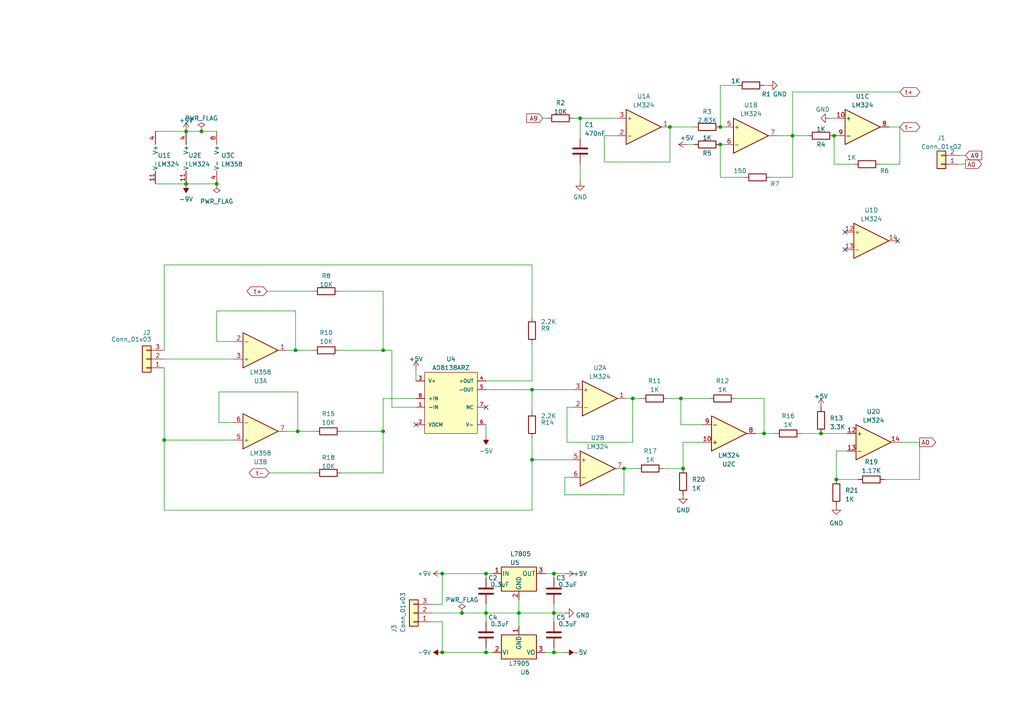
<source format=kicad_sch>
(kicad_sch (version 20230121) (generator eeschema)
  (paper "A4")
  (title_block (title "Fully Differential Potentiostat") (date "2023-05-15") (rev "1.0") (company "Felipe Avila Silva"))
  (lib_symbols
    (symbol "Amplifier_Operational:LM324" (pin_names (offset 0.127))
      (property "Reference" "U" (at 0 5.08 0))
      (property "Value" "LM324" (at 0 -5.08 0))
      (symbol "LM324_1_1"
        (polyline (pts (xy -5.08 5.08) (xy 5.08 0) (xy -5.08 -5.08) (xy -5.08 5.08)) (stroke (width 0.254)) (fill (type background)))
        (pin output line (at 7.62 0 180) (length 2.54) (name "~") (number "1"))
        (pin input line (at -7.62 -2.54 0) (length 2.54) (name "-") (number "2"))
        (pin input line (at -7.62 2.54 0) (length 2.54) (name "+") (number "3"))
      )
      (symbol "LM324_2_1"
        (polyline (pts (xy -5.08 5.08) (xy 5.08 0) (xy -5.08 -5.08) (xy -5.08 5.08)) (stroke (width 0.254)) (fill (type background)))
        (pin input line (at -7.62 2.54 0) (length 2.54) (name "+") (number "5"))
        (pin input line (at -7.62 -2.54 0) (length 2.54) (name "-") (number "6"))
        (pin output line (at 7.62 0 180) (length 2.54) (name "~") (number "7"))
      )
      (symbol "LM324_3_1"
        (polyline (pts (xy -5.08 5.08) (xy 5.08 0) (xy -5.08 -5.08) (xy -5.08 5.08)) (stroke (width 0.254)) (fill (type background)))
        (pin input line (at -7.62 2.54 0) (length 2.54) (name "+") (number "10"))
        (pin output line (at 7.62 0 180) (length 2.54) (name "~") (number "8"))
        (pin input line (at -7.62 -2.54 0) (length 2.54) (name "-") (number "9"))
      )
      (symbol "LM324_4_1"
        (polyline (pts (xy -5.08 5.08) (xy 5.08 0) (xy -5.08 -5.08) (xy -5.08 5.08)) (stroke (width 0.254)) (fill (type background)))
        (pin input line (at -7.62 2.54 0) (length 2.54) (name "+") (number "12"))
        (pin input line (at -7.62 -2.54 0) (length 2.54) (name "-") (number "13"))
        (pin output line (at 7.62 0 180) (length 2.54) (name "~") (number "14"))
      )
      (symbol "LM324_5_1"
        (pin power_in line (at -2.54 -7.62 90) (length 3.81) (name "V-") (number "11"))
        (pin power_in line (at -2.54 7.62 270) (length 3.81) (name "V+") (number "4"))
      )
    )
    (symbol "Amplifier_Operational:LM358" (pin_names (offset 0.127))
      (property "Reference" "U" (at 0 5.08 0))
      (property "Value" "LM358" (at 0 -5.08 0))
      (symbol "LM358_1_1"
        (polyline (pts (xy -5.08 5.08) (xy 5.08 0) (xy -5.08 -5.08) (xy -5.08 5.08)) (stroke (width 0.254)) (fill (type background)))
        (pin output line (at 7.62 0 180) (length 2.54) (name "~") (number "1"))
        (pin input line (at -7.62 -2.54 0) (length 2.54) (name "-") (number "2"))
        (pin input line (at -7.62 2.54 0) (length 2.54) (name "+") (number "3"))
      )
      (symbol "LM358_2_1"
        (polyline (pts (xy -5.08 5.08) (xy 5.08 0) (xy -5.08 -5.08) (xy -5.08 5.08)) (stroke (width 0.254)) (fill (type background)))
        (pin input line (at -7.62 2.54 0) (length 2.54) (name "+") (number "5"))
        (pin input line (at -7.62 -2.54 0) (length 2.54) (name "-") (number "6"))
        (pin output line (at 7.62 0 180) (length 2.54) (name "~") (number "7"))
      )
      (symbol "LM358_3_1"
        (pin power_in line (at -2.54 -7.62 90) (length 3.81) (name "V-") (number "4"))
        (pin power_in line (at -2.54 7.62 270) (length 3.81) (name "V+") (number "8"))
      )
    )
    (symbol "Connector_Generic:Conn_01x02" (pin_names (offset 1.016) hide)
      (property "Reference" "J" (at 0 2.54 0))
      (property "Value" "Conn_01x02" (at 0 -5.08 0))
      (symbol "Conn_01x02_1_1"
        (rectangle (start -1.27 -2.413) (end 0 -2.667) (stroke (width 0.1524)))
        (rectangle (start -1.27 0.127) (end 0 -0.127) (stroke (width 0.1524)))
        (rectangle (start -1.27 1.27) (end 1.27 -3.81) (stroke (width 0.254)) (fill (type background)))
        (pin passive line (at -5.08 0 0) (length 3.81) (name "Pin_1") (number "1"))
        (pin passive line (at -5.08 -2.54 0) (length 3.81) (name "Pin_2") (number "2"))
      )
    )
    (symbol "Connector_Generic:Conn_01x03" (pin_names (offset 1.016) hide)
      (property "Reference" "J" (at 0 5.08 0))
      (property "Value" "Conn_01x03" (at 0 -5.08 0))
      (symbol "Conn_01x03_1_1"
        (rectangle (start -1.27 -2.413) (end 0 -2.667) (stroke (width 0.1524)))
        (rectangle (start -1.27 0.127) (end 0 -0.127) (stroke (width 0.1524)))
        (rectangle (start -1.27 2.667) (end 0 2.413) (stroke (width 0.1524)))
        (rectangle (start -1.27 3.81) (end 1.27 -3.81) (stroke (width 0.254)) (fill (type background)))
        (pin passive line (at -5.08 2.54 0) (length 3.81) (name "Pin_1") (number "1"))
        (pin passive line (at -5.08 0 0) (length 3.81) (name "Pin_2") (number "2"))
        (pin passive line (at -5.08 -2.54 0) (length 3.81) (name "Pin_3") (number "3"))
      )
    )
    (symbol "Device:C" (pin_numbers hide) (pin_names (offset 0.254))
      (property "Reference" "C" (at 0.635 2.54 0))
      (property "Value" "C" (at 0.635 -2.54 0))
      (symbol "C_0_1"
        (polyline (pts (xy -2.032 -0.762) (xy 2.032 -0.762)) (stroke (width 0.508)))
        (polyline (pts (xy -2.032 0.762) (xy 2.032 0.762)) (stroke (width 0.508)))
      )
      (symbol "C_1_1"
        (pin passive line (at 0 3.81 270) (length 2.794) (name "~") (number "1"))
        (pin passive line (at 0 -3.81 90) (length 2.794) (name "~") (number "2"))
      )
    )
    (symbol "Device:R" (pin_numbers hide) (pin_names (offset 0))
      (property "Reference" "R" (at 2.032 0 90))
      (property "Value" "R" (at 0 0 90))
      (symbol "R_0_1"
        (rectangle (start -1.016 -2.54) (end 1.016 2.54) (stroke (width 0.254)))
      )
      (symbol "R_1_1"
        (pin passive line (at 0 3.81 270) (length 1.27) (name "~") (number "1"))
        (pin passive line (at 0 -3.81 90) (length 1.27) (name "~") (number "2"))
      )
    )
    (symbol "Regulator_Linear:L7805" (pin_names (offset 0.254))
      (property "Reference" "U" (at -3.81 3.175 0))
      (property "Value" "L7805" (at 0 3.175 0))
      (symbol "L7805_0_1"
        (rectangle (start -5.08 1.905) (end 5.08 -5.08) (stroke (width 0.254)) (fill (type background)))
      )
      (symbol "L7805_1_1"
        (pin power_in line (at -7.62 0 0) (length 2.54) (name "IN") (number "1"))
        (pin power_in line (at 0 -7.62 90) (length 2.54) (name "GND") (number "2"))
        (pin power_out line (at 7.62 0 180) (length 2.54) (name "OUT") (number "3"))
      )
    )
    (symbol "Regulator_Linear:L7905" (pin_names (offset 0.254))
      (property "Reference" "U" (at -3.81 -3.175 0))
      (property "Value" "L7905" (at 0 -3.175 0))
      (symbol "L7905_0_1"
        (rectangle (start -5.08 5.08) (end 5.08 -1.905) (stroke (width 0.254)) (fill (type background)))
      )
      (symbol "L7905_1_1"
        (pin power_in line (at 0 7.62 270) (length 2.54) (name "GND") (number "1"))
        (pin power_in line (at -7.62 0 0) (length 2.54) (name "VI") (number "2"))
        (pin power_out line (at 7.62 0 180) (length 2.54) (name "VO") (number "3"))
      )
    )
    (symbol "eec:AD8138ARZ" (pin_names (offset 1.016))
      (property "Reference" "U" (at 0 5.08 0))
      (property "Value" "AD8138ARZ" (at 0 7.62 0))
      (symbol "AD8138ARZ_1_1"
        (rectangle (start 5.08 2.54) (end 20.32 -15.24) (fill (type background)))
        (pin unspecified line (at 2.54 -7.62 0) (length 2.54) (name "-IN") (number "1"))
        (pin unspecified line (at 2.54 -12.7 0) (length 2.54) (name "VOCM") (number "2"))
        (pin unspecified line (at 2.54 0 0) (length 2.54) (name "V+") (number "3"))
        (pin unspecified line (at 22.86 0 180) (length 2.54) (name "+OUT") (number "4"))
        (pin unspecified line (at 22.86 -2.54 180) (length 2.54) (name "-OUT") (number "5"))
        (pin unspecified line (at 22.86 -12.7 180) (length 2.54) (name "V-") (number "6"))
        (pin unspecified line (at 22.86 -7.62 180) (length 2.54) (name "NC") (number "7"))
        (pin unspecified line (at 2.54 -5.08 0) (length 2.54) (name "+IN") (number "8"))
      )
    )
    (symbol "power:+5V" (power) (pin_names (offset 0))
      (property "Value" "+5V" (at 0 3.556 0))
      (symbol "+5V_0_1"
        (polyline (pts (xy -0.762 1.27) (xy 0 2.54)))
        (polyline (pts (xy 0 0) (xy 0 2.54)))
        (polyline (pts (xy 0 2.54) (xy 0.762 1.27)))
      )
      (symbol "+5V_1_1"
        (pin power_in line (at 0 0 90) (length 0) hide (name "+5V") (number "1"))
      )
    )
    (symbol "power:+9V" (power) (pin_names (offset 0))
      (property "Value" "+9V" (at 0 3.556 0))
      (symbol "+9V_0_1"
        (polyline (pts (xy -0.762 1.27) (xy 0 2.54)))
        (polyline (pts (xy 0 0) (xy 0 2.54)))
        (polyline (pts (xy 0 2.54) (xy 0.762 1.27)))
      )
      (symbol "+9V_1_1"
        (pin power_in line (at 0 0 90) (length 0) hide (name "+9V") (number "1"))
      )
    )
    (symbol "power:-5V" (power) (pin_names (offset 0))
      (property "Value" "-5V" (at 0 3.81 0))
      (symbol "-5V_0_0"
        (pin power_in line (at 0 0 90) (length 0) hide (name "-5V") (number "1"))
      )
      (symbol "-5V_0_1"
        (polyline (pts (xy 0 0) (xy 0 1.27) (xy 0.762 1.27) (xy 0 2.54) (xy -0.762 1.27) (xy 0 1.27)) (fill (type outline)))
      )
    )
    (symbol "power:-9V" (power) (pin_names (offset 0))
      (property "Value" "-9V" (at 0 3.81 0))
      (symbol "-9V_0_1"
        (polyline (pts (xy 0 0) (xy 0 2.54)))
        (polyline (pts (xy 0.762 1.27) (xy -0.762 1.27) (xy 0 2.54) (xy 0.762 1.27)) (fill (type outline)))
      )
      (symbol "-9V_1_1"
        (pin power_in line (at 0 0 90) (length 0) hide (name "-9V") (number "1"))
      )
    )
    (symbol "power:GND" (power) (pin_names (offset 0))
      (property "Value" "GND" (at 0 -3.81 0))
      (symbol "GND_0_1"
        (polyline (pts (xy 0 0) (xy 0 -1.27) (xy 1.27 -1.27) (xy 0 -2.54) (xy -1.27 -1.27) (xy 0 -1.27)))
      )
      (symbol "GND_1_1"
        (pin power_in line (at 0 0 270) (length 0) hide (name "GND") (number "1"))
      )
    )
    (symbol "power:PWR_FLAG" (power) (pin_numbers hide) (pin_names (offset 0) hide)
      (property "Value" "PWR_FLAG" (at 0 3.81 0))
      (symbol "PWR_FLAG_0_0"
        (pin power_out line (at 0 0 90) (length 0) (name "pwr") (number "1"))
      )
      (symbol "PWR_FLAG_0_1"
        (polyline (pts (xy 0 0) (xy 0 1.27) (xy -1.016 1.905) (xy 0 2.54) (xy 1.016 1.905) (xy 0 1.27)))
      )
    )
  )
  (junction (at 86.36 125.095))
  (junction (at 150.495 177.8))
  (junction (at 183.515 115.57))
  (junction (at 229.87 39.37))
  (junction (at 128.27 166.37))
  (junction (at 197.485 115.57))
  (junction (at 140.97 177.8))
  (junction (at 208.915 41.91))
  (junction (at 140.97 166.37))
  (junction (at 238.125 125.73))
  (junction (at 198.12 135.89))
  (junction (at 128.27 189.23))
  (junction (at 242.57 139.065))
  (junction (at 111.125 125.095))
  (junction (at 221.615 125.73))
  (junction (at 85.725 101.6))
  (junction (at 241.935 39.37))
  (junction (at 154.305 133.35))
  (junction (at 111.125 101.6))
  (junction (at 154.305 113.03))
  (junction (at 133.985 177.8))
  (junction (at 53.975 53.34))
  (junction (at 47.625 127.635))
  (junction (at 168.275 34.29))
  (junction (at 53.975 38.1))
  (junction (at 58.42 38.1))
  (junction (at 180.975 135.89))
  (junction (at 208.915 36.83))
  (junction (at 160.655 177.8))
  (junction (at 62.865 53.34))
  (junction (at 160.655 166.37))
  (junction (at 140.97 189.23))
  (junction (at 194.31 36.83))
  (junction (at 160.655 189.23))
  (no_connect (at 245.11 67.31))
  (no_connect (at 245.11 72.39))
  (no_connect (at 140.97 118.11))
  (no_connect (at 120.65 123.19))
  (no_connect (at 260.35 69.85))
  (wire (pts (xy 83.185 125.095) (xy 86.36 125.095)))
  (wire (pts (xy 154.305 133.35) (xy 165.735 133.35)))
  (wire (pts (xy 111.125 84.455) (xy 98.425 84.455)))
  (wire (pts (xy 99.06 137.16) (xy 111.125 137.16)))
  (wire (pts (xy 140.97 110.49) (xy 154.305 110.49)))
  (wire (pts (xy 140.97 177.8) (xy 140.97 180.34)))
  (wire (pts (xy 203.835 128.27) (xy 198.12 128.27)))
  (wire (pts (xy 140.97 126.365) (xy 140.97 123.19)))
  (wire (pts (xy 255.27 47.625) (xy 260.985 47.625)))
  (wire (pts (xy 128.27 180.34) (xy 128.27 189.23)))
  (wire (pts (xy 238.125 125.73) (xy 245.745 125.73)))
  (wire (pts (xy 154.305 76.835) (xy 47.625 76.835)))
  (wire (pts (xy 158.115 189.23) (xy 160.655 189.23)))
  (wire (pts (xy 160.655 175.26) (xy 160.655 177.8)))
  (wire (pts (xy 154.305 113.03) (xy 154.305 119.38)))
  (wire (pts (xy 183.515 115.57) (xy 183.515 128.27)))
  (wire (pts (xy 128.27 166.37) (xy 140.97 166.37)))
  (wire (pts (xy 198.12 128.27) (xy 198.12 135.89)))
  (wire (pts (xy 221.615 125.73) (xy 224.79 125.73)))
  (wire (pts (xy 62.865 99.06) (xy 62.865 90.17)))
  (wire (pts (xy 242.57 139.065) (xy 248.92 139.065)))
  (wire (pts (xy 125.095 175.26) (xy 128.27 175.26)))
  (wire (pts (xy 203.835 123.19) (xy 197.485 123.19)))
  (wire (pts (xy 164.465 128.27) (xy 183.515 128.27)))
  (wire (pts (xy 160.655 189.23) (xy 163.83 189.23)))
  (wire (pts (xy 197.485 115.57) (xy 193.675 115.57)))
  (wire (pts (xy 160.655 177.8) (xy 160.655 180.34)))
  (wire (pts (xy 180.975 143.51) (xy 180.975 135.89)))
  (wire (pts (xy 168.275 34.29) (xy 179.07 34.29)))
  (wire (pts (xy 85.725 90.17) (xy 85.725 101.6)))
  (wire (pts (xy 140.97 189.23) (xy 140.97 187.96)))
  (wire (pts (xy 47.625 127.635) (xy 47.625 147.955)))
  (wire (pts (xy 63.5 122.555) (xy 67.945 122.555)))
  (wire (pts (xy 45.085 53.34) (xy 53.975 53.34)))
  (wire (pts (xy 160.655 187.96) (xy 160.655 189.23)))
  (wire (pts (xy 125.095 180.34) (xy 128.27 180.34)))
  (wire (pts (xy 99.06 125.095) (xy 111.125 125.095)))
  (wire (pts (xy 208.915 41.91) (xy 208.915 51.435)))
  (wire (pts (xy 58.42 38.1) (xy 62.865 38.1)))
  (wire (pts (xy 150.495 177.8) (xy 150.495 173.99)))
  (wire (pts (xy 160.655 166.37) (xy 163.83 166.37)))
  (wire (pts (xy 266.7 128.27) (xy 260.985 128.27)))
  (wire (pts (xy 154.305 127) (xy 154.305 133.35)))
  (wire (pts (xy 63.5 122.555) (xy 63.5 113.665)))
  (wire (pts (xy 85.725 101.6) (xy 83.185 101.6)))
  (wire (pts (xy 47.625 76.835) (xy 47.625 101.6)))
  (wire (pts (xy 163.83 143.51) (xy 180.975 143.51)))
  (wire (pts (xy 213.36 115.57) (xy 221.615 115.57)))
  (wire (pts (xy 168.275 40.005) (xy 168.275 34.29)))
  (wire (pts (xy 125.095 177.8) (xy 133.985 177.8)))
  (wire (pts (xy 242.57 130.81) (xy 242.57 139.065)))
  (wire (pts (xy 232.41 125.73) (xy 238.125 125.73)))
  (wire (pts (xy 47.625 147.955) (xy 154.305 147.955)))
  (wire (pts (xy 111.125 101.6) (xy 113.665 101.6)))
  (wire (pts (xy 154.305 133.35) (xy 154.305 147.955)))
  (wire (pts (xy 247.65 47.625) (xy 241.935 47.625)))
  (wire (pts (xy 241.935 47.625) (xy 241.935 39.37)))
  (wire (pts (xy 165.735 138.43) (xy 163.83 138.43)))
  (wire (pts (xy 111.125 115.57) (xy 111.125 125.095)))
  (wire (pts (xy 157.48 34.29) (xy 158.75 34.29)))
  (wire (pts (xy 229.87 39.37) (xy 234.315 39.37)))
  (wire (pts (xy 47.625 127.635) (xy 67.945 127.635)))
  (wire (pts (xy 266.7 139.065) (xy 266.7 128.27)))
  (wire (pts (xy 140.97 166.37) (xy 142.875 166.37)))
  (wire (pts (xy 53.975 38.1) (xy 58.42 38.1)))
  (wire (pts (xy 128.27 175.26) (xy 128.27 166.37)))
  (wire (pts (xy 47.625 106.68) (xy 47.625 127.635)))
  (wire (pts (xy 86.36 113.665) (xy 86.36 125.095)))
  (wire (pts (xy 98.425 101.6) (xy 111.125 101.6)))
  (wire (pts (xy 45.085 38.1) (xy 53.975 38.1)))
  (wire (pts (xy 47.625 104.14) (xy 67.945 104.14)))
  (wire (pts (xy 280.035 47.625) (xy 278.13 47.625)))
  (wire (pts (xy 175.26 39.37) (xy 175.26 46.99)))
  (wire (pts (xy 208.915 24.765) (xy 208.915 36.83)))
  (wire (pts (xy 192.405 135.89) (xy 198.12 135.89)))
  (wire (pts (xy 140.97 177.8) (xy 150.495 177.8)))
  (wire (pts (xy 215.9 51.435) (xy 208.915 51.435)))
  (wire (pts (xy 140.97 167.64) (xy 140.97 166.37)))
  (wire (pts (xy 260.985 47.625) (xy 260.985 36.83)))
  (wire (pts (xy 120.65 118.11) (xy 113.665 118.11)))
  (wire (pts (xy 194.31 36.83) (xy 201.295 36.83)))
  (wire (pts (xy 160.655 166.37) (xy 160.655 167.64)))
  (wire (pts (xy 113.665 118.11) (xy 113.665 101.6)))
  (wire (pts (xy 160.655 177.8) (xy 163.83 177.8)))
  (wire (pts (xy 229.87 26.67) (xy 229.87 39.37)))
  (wire (pts (xy 111.125 84.455) (xy 111.125 101.6)))
  (wire (pts (xy 197.485 115.57) (xy 197.485 123.19)))
  (wire (pts (xy 208.915 36.83) (xy 210.185 36.83)))
  (wire (pts (xy 280.035 45.085) (xy 278.13 45.085)))
  (wire (pts (xy 223.52 51.435) (xy 229.87 51.435)))
  (wire (pts (xy 62.865 99.06) (xy 67.945 99.06)))
  (wire (pts (xy 166.37 34.29) (xy 168.275 34.29)))
  (wire (pts (xy 240.665 34.29) (xy 242.57 34.29)))
  (wire (pts (xy 111.125 125.095) (xy 111.125 137.16)))
  (wire (pts (xy 154.305 113.03) (xy 166.37 113.03)))
  (wire (pts (xy 163.83 138.43) (xy 163.83 143.51)))
  (wire (pts (xy 53.975 53.34) (xy 62.865 53.34)))
  (wire (pts (xy 183.515 115.57) (xy 186.055 115.57)))
  (wire (pts (xy 77.47 84.455) (xy 90.805 84.455)))
  (wire (pts (xy 62.865 90.17) (xy 85.725 90.17)))
  (wire (pts (xy 194.31 36.83) (xy 194.31 46.99)))
  (wire (pts (xy 260.985 26.67) (xy 229.87 26.67)))
  (wire (pts (xy 175.26 46.99) (xy 194.31 46.99)))
  (wire (pts (xy 219.075 125.73) (xy 221.615 125.73)))
  (wire (pts (xy 142.875 189.23) (xy 140.97 189.23)))
  (wire (pts (xy 164.465 118.11) (xy 164.465 128.27)))
  (wire (pts (xy 140.97 113.03) (xy 154.305 113.03)))
  (wire (pts (xy 158.115 166.37) (xy 160.655 166.37)))
  (wire (pts (xy 245.745 130.81) (xy 242.57 130.81)))
  (wire (pts (xy 128.27 189.23) (xy 140.97 189.23)))
  (wire (pts (xy 85.725 101.6) (xy 90.805 101.6)))
  (wire (pts (xy 111.125 115.57) (xy 120.65 115.57)))
  (wire (pts (xy 133.985 177.8) (xy 140.97 177.8)))
  (wire (pts (xy 199.39 41.91) (xy 201.295 41.91)))
  (wire (pts (xy 197.485 115.57) (xy 205.74 115.57)))
  (wire (pts (xy 179.07 39.37) (xy 175.26 39.37)))
  (wire (pts (xy 140.97 175.26) (xy 140.97 177.8)))
  (wire (pts (xy 256.54 139.065) (xy 266.7 139.065)))
  (wire (pts (xy 180.975 135.89) (xy 184.785 135.89)))
  (wire (pts (xy 150.495 181.61) (xy 150.495 177.8)))
  (wire (pts (xy 260.985 36.83) (xy 257.81 36.83)))
  (wire (pts (xy 154.305 99.695) (xy 154.305 110.49)))
  (wire (pts (xy 181.61 115.57) (xy 183.515 115.57)))
  (wire (pts (xy 166.37 118.11) (xy 164.465 118.11)))
  (wire (pts (xy 242.57 39.37) (xy 241.935 39.37)))
  (wire (pts (xy 78.105 137.16) (xy 91.44 137.16)))
  (wire (pts (xy 154.305 76.835) (xy 154.305 92.075)))
  (wire (pts (xy 221.615 24.765) (xy 222.885 24.765)))
  (wire (pts (xy 229.87 51.435) (xy 229.87 39.37)))
  (wire (pts (xy 225.425 39.37) (xy 229.87 39.37)))
  (wire (pts (xy 86.36 125.095) (xy 91.44 125.095)))
  (wire (pts (xy 208.915 24.765) (xy 213.995 24.765)))
  (wire (pts (xy 208.915 41.91) (xy 210.185 41.91)))
  (wire (pts (xy 221.615 115.57) (xy 221.615 125.73)))
  (wire (pts (xy 168.275 52.705) (xy 168.275 47.625)))
  (wire (pts (xy 150.495 177.8) (xy 160.655 177.8)))
  (wire (pts (xy 63.5 113.665) (xy 86.36 113.665)))
  (wire (pts (xy 120.65 107.315) (xy 120.65 110.49)))
  (global_label "t+" (shape bidirectional) (at 260.985 26.67 0) (property "Intersheetrefs" "${INTERSHEET_REFS}" (effects hide)))
  (global_label "A0" (shape output) (at 280.035 47.625 0) (property "Intersheetrefs" "${INTERSHEET_REFS}" (effects hide)))
  (global_label "t+" (shape bidirectional) (at 77.47 84.455 180) (property "Intersheetrefs" "${INTERSHEET_REFS}" (effects hide)))
  (global_label "A0" (shape output) (at 266.7 128.27 0) (property "Intersheetrefs" "${INTERSHEET_REFS}" (effects hide)))
  (global_label "t-" (shape bidirectional) (at 260.985 36.83 0) (property "Intersheetrefs" "${INTERSHEET_REFS}" (effects hide)))
  (global_label "A9" (shape input) (at 157.48 34.29 180) (property "Intersheetrefs" "${INTERSHEET_REFS}" (effects hide)))
  (global_label "t-" (shape bidirectional) (at 78.105 137.16 180) (property "Intersheetrefs" "${INTERSHEET_REFS}" (effects hide)))
  (global_label "A9" (shape input) (at 280.035 45.085 0) (property "Intersheetrefs" "${INTERSHEET_REFS}" (effects hide)))
  (symbol (lib_id "power:+5V") (at 163.83 166.37 270) (unit 1)
    (property "Reference" "#PWR013" (effects hide))
    (property "Value" "+5V" (at 168.275 166.37 90))
  )
  (symbol (lib_id "power:GND") (at 198.12 143.51 0) (unit 1)
    (property "Reference" "#PWR010" (effects hide))
    (property "Value" "GND" (at 198.12 147.955 0))
  )
  (symbol (lib_id "Device:R") (at 154.305 95.885 180) (unit 1)
    (property "Reference" "R9" (at 156.845 95.25 0) (effects (justify right)))
    (property "Value" "2.2K" (at 156.845 93.345 0) (effects (justify right)))
    (property "Footprint" "Resistor_THT:R_Axial_DIN0207_L6.3mm_D2.5mm_P10.16mm_Horizontal" (effects hide))
  )
  (symbol (lib_id "power:PWR_FLAG") (at 62.865 53.34 180) (unit 1)
    (property "Reference" "#FLG02" (effects hide))
    (property "Value" "PWR_FLAG" (at 62.865 58.42 0))
  )
  (symbol (lib_id "Amplifier_Operational:LM324") (at 47.625 45.72 0) (unit 5)
    (property "Reference" "U1" (at 45.72 45.085 0) (effects (justify left)))
    (property "Value" "LM324" (at 45.72 47.625 0) (effects (justify left)))
    (property "Footprint" "DIP-14_W7.62mm_Socket_LongPads" (effects hide))
    (property "Datasheet" "http://www.ti.com/lit/ds/symlink/lm2902-n.pdf" (effects hide))
  )
  (symbol (lib_id "Device:R") (at 228.6 125.73 270) (unit 1)
    (property "Reference" "R16" (at 228.6 120.65 90))
    (property "Value" "1K" (at 228.6 123.19 90))
    (property "Footprint" "Resistor_THT:R_Axial_DIN0207_L6.3mm_D2.5mm_P10.16mm_Horizontal" (effects hide))
  )
  (symbol (lib_id "Amplifier_Operational:LM358") (at 75.565 101.6 0) (mirror x) (unit 1)
    (property "Reference" "U3" (at 75.565 110.49 0))
    (property "Value" "LM358" (at 75.565 107.95 0))
    (property "Footprint" "DIP-8_W7.62mm_Socket_LongPads" (effects hide))
    (property "Datasheet" "http://www.ti.com/lit/ds/symlink/lm2904-n.pdf" (effects hide))
  )
  (symbol (lib_id "power:PWR_FLAG") (at 133.985 177.8 0) (unit 1)
    (property "Reference" "#FLG01" (effects hide))
    (property "Value" "PWR_FLAG" (at 133.985 173.99 0))
  )
  (symbol (lib_id "Device:R") (at 189.865 115.57 270) (unit 1)
    (property "Reference" "R11" (at 189.865 110.49 90))
    (property "Value" "1K" (at 189.865 113.03 90))
    (property "Footprint" "Resistor_THT:R_Axial_DIN0207_L6.3mm_D2.5mm_P10.16mm_Horizontal" (effects hide))
  )
  (symbol (lib_id "Amplifier_Operational:LM324") (at 253.365 128.27 0) (unit 4)
    (property "Reference" "U2" (at 253.365 119.38 0))
    (property "Value" "LM324" (at 253.365 121.92 0))
    (property "Footprint" "DIP-14_W7.62mm_Socket_LongPads" (effects hide))
    (property "Datasheet" "http://www.ti.com/lit/ds/symlink/lm2902-n.pdf" (effects hide))
  )
  (symbol (lib_id "power:+5V") (at 199.39 41.91 90) (unit 1)
    (property "Reference" "#PWR04" (effects hide))
    (property "Value" "+5V" (at 201.295 40.005 90) (effects (justify left)))
  )
  (symbol (lib_id "Connector_Generic:Conn_01x03") (at 120.015 177.8 180) (unit 1)
    (property "Reference" "J3" (at 114.3 183.515 90) (effects (justify right)))
    (property "Value" "Conn_01x03" (at 116.84 183.515 90) (effects (justify right)))
    (property "Footprint" "Connector_PinSocket_2.54mm:PinSocket_1x03_P2.54mm_Vertical" (effects hide))
  )
  (symbol (lib_id "Device:R") (at 188.595 135.89 270) (unit 1)
    (property "Reference" "R17" (at 188.595 130.81 90))
    (property "Value" "1K" (at 188.595 133.35 90))
    (property "Footprint" "Resistor_THT:R_Axial_DIN0207_L6.3mm_D2.5mm_P10.16mm_Horizontal" (effects hide))
  )
  (symbol (lib_id "Amplifier_Operational:LM324") (at 211.455 125.73 0) (mirror x) (unit 3)
    (property "Reference" "U2" (at 211.455 134.62 0))
    (property "Value" "LM324" (at 211.455 132.08 0))
    (property "Footprint" "DIP-14_W7.62mm_Socket_LongPads" (effects hide))
    (property "Datasheet" "http://www.ti.com/lit/ds/symlink/lm2902-n.pdf" (effects hide))
  )
  (symbol (lib_id "Device:C") (at 140.97 171.45 0) (unit 1)
    (property "Reference" "C2" (at 141.605 167.64 0) (effects (justify left)))
    (property "Value" "0.3uF" (at 142.24 169.545 0) (effects (justify left)))
    (property "Footprint" "Capacitor_THT:CP_Radial_D5.0mm_P2.00mm" (effects hide))
  )
  (symbol (lib_id "power:GND") (at 242.57 146.685 0) (unit 1)
    (property "Reference" "#PWR011" (effects hide))
    (property "Value" "GND" (at 242.57 151.765 0))
  )
  (symbol (lib_id "Regulator_Linear:L7805") (at 150.495 166.37 0) (unit 1)
    (property "Reference" "U5" (at 147.955 163.195 0) (effects (justify left)))
    (property "Value" "L7805" (at 147.955 160.655 0) (effects (justify left)))
    (property "Footprint" "l7805:TO255P1020X450X2000-3" (effects hide))
    (property "Datasheet" "http://www.st.com/content/ccc/resource/technical/document/datasheet/41/4f/b3/b0/12/d4/47/88/CD00000444.pdf/files/CD00000444.pdf/jcr:content/translations/en.CD00000444.pdf" (effects hide))
  )
  (symbol (lib_id "Device:R") (at 251.46 47.625 90) (unit 1)
    (property "Reference" "R6" (at 256.54 49.53 90))
    (property "Value" "1K" (at 247.015 45.72 90))
    (property "Footprint" "Resistor_THT:R_Axial_DIN0207_L6.3mm_D2.5mm_P10.16mm_Horizontal" (effects hide))
  )
  (symbol (lib_id "Device:R") (at 94.615 101.6 90) (unit 1)
    (property "Reference" "R10" (at 94.615 96.52 90))
    (property "Value" "10K" (at 94.615 99.06 90))
    (property "Footprint" "Resistor_THT:R_Axial_DIN0207_L6.3mm_D2.5mm_P10.16mm_Horizontal" (effects hide))
  )
  (symbol (lib_id "power:+9V") (at 53.975 38.1 0) (unit 1)
    (property "Reference" "#PWR03" (effects hide))
    (property "Value" "+9V" (at 53.975 34.925 0))
  )
  (symbol (lib_id "Device:R") (at 219.71 51.435 90) (unit 1)
    (property "Reference" "R7" (at 224.79 53.34 90))
    (property "Value" "150" (at 214.63 49.53 90))
    (property "Footprint" "Resistor_THT:R_Axial_DIN0207_L6.3mm_D2.5mm_P10.16mm_Horizontal" (effects hide))
  )
  (symbol (lib_id "Device:R") (at 217.805 24.765 90) (unit 1)
    (property "Reference" "R1" (at 222.25 27.305 90))
    (property "Value" "1K" (at 213.36 23.495 90))
    (property "Footprint" "Resistor_THT:R_Axial_DIN0207_L6.3mm_D2.5mm_P10.16mm_Horizontal" (effects hide))
  )
  (symbol (lib_id "eec:AD8138ARZ") (at 118.11 110.49 0) (unit 1)
    (property "Reference" "U4" (at 130.81 104.14 0))
    (property "Value" "AD8138ARZ" (at 130.81 106.68 0))
    (property "Footprint" "Analog Devices Inc - AD8138ARZ:ANALOG_DEVICES_INC_AD8138ARZ_0" (effects hide))
    (property "Datasheet" "http://www.analog.com/media/en/technical-documentation/data-sheets/AD8138.pdf" (effects hide))
    (property "category" "IC" (effects hide))
    (property "digikey description" "IC AMP DIFF LDIST LP 95MA 8SOIC" (effects hide))
    (property "digikey part number" "AD8138ARZ-ND" (effects hide))
    (property "ipc land pattern name" "SOIC127P600X155-8" (effects hide))
    (property "lead free" "yes" (effects hide))
    (property "library id" "5424f8c07a5c8a82" (effects hide))
    (property "manufacturer" "Analog Devices Inc" (effects hide))
    (property "mouser part number" "584-AD8138ARZ" (effects hide))
    (property "package" "SOIC8" (effects hide))
    (property "rohs" "yes" (effects hide))
    (property "temperature range high" "+85°C" (effects hide))
    (property "temperature range low" "-40°C" (effects hide))
  )
  (symbol (lib_id "Amplifier_Operational:LM358") (at 65.405 45.72 0) (unit 3)
    (property "Reference" "U3" (at 64.135 45.085 0) (effects (justify left)))
    (property "Value" "LM358" (at 64.135 47.625 0) (effects (justify left)))
    (property "Footprint" "DIP-8_W7.62mm_Socket_LongPads" (effects hide))
    (property "Datasheet" "http://www.ti.com/lit/ds/symlink/lm2904-n.pdf" (effects hide))
  )
  (symbol (lib_id "power:-5V") (at 163.83 189.23 270) (unit 1)
    (property "Reference" "#PWR016" (effects hide))
    (property "Value" "-5V" (at 168.275 189.23 90))
  )
  (symbol (lib_id "Device:R") (at 242.57 142.875 0) (unit 1)
    (property "Reference" "R21" (at 245.11 142.24 0) (effects (justify left)))
    (property "Value" "1K" (at 245.11 144.78 0) (effects (justify left)))
    (property "Footprint" "Resistor_THT:R_Axial_DIN0207_L6.3mm_D2.5mm_P10.16mm_Horizontal" (effects hide))
  )
  (symbol (lib_id "Device:C") (at 160.655 184.15 0) (unit 1)
    (property "Reference" "C5" (at 161.29 179.07 0) (effects (justify left)))
    (property "Value" "0.3uF" (at 161.925 180.975 0) (effects (justify left)))
    (property "Footprint" "Capacitor_THT:CP_Radial_D5.0mm_P2.00mm" (effects hide))
  )
  (symbol (lib_id "Device:R") (at 94.615 84.455 90) (unit 1)
    (property "Reference" "R8" (at 94.615 80.01 90))
    (property "Value" "10K" (at 94.615 82.55 90))
    (property "Footprint" "Resistor_THT:R_Axial_DIN0207_L6.3mm_D2.5mm_P10.16mm_Horizontal" (effects hide))
  )
  (symbol (lib_id "Device:R") (at 238.125 121.92 0) (unit 1)
    (property "Reference" "R13" (at 240.665 121.285 0) (effects (justify left)))
    (property "Value" "3.3K" (at 240.665 123.825 0) (effects (justify left)))
    (property "Footprint" "Resistor_THT:R_Axial_DIN0207_L6.3mm_D2.5mm_P10.16mm_Horizontal" (effects hide))
  )
  (symbol (lib_id "Device:R") (at 95.25 125.095 90) (unit 1)
    (property "Reference" "R15" (at 95.25 120.015 90))
    (property "Value" "10K" (at 95.25 122.555 90))
    (property "Footprint" "Resistor_THT:R_Axial_DIN0207_L6.3mm_D2.5mm_P10.16mm_Horizontal" (effects hide))
  )
  (symbol (lib_id "Device:R") (at 209.55 115.57 270) (unit 1)
    (property "Reference" "R12" (at 209.55 110.49 90))
    (property "Value" "1K" (at 209.55 113.03 90))
    (property "Footprint" "Resistor_THT:R_Axial_DIN0207_L6.3mm_D2.5mm_P10.16mm_Horizontal" (effects hide))
  )
  (symbol (lib_id "power:-9V") (at 128.27 189.23 90) (unit 1)
    (property "Reference" "#PWR015" (effects hide))
    (property "Value" "-9V" (at 125.095 189.23 90) (effects (justify left)))
  )
  (symbol (lib_id "Device:C") (at 160.655 171.45 0) (unit 1)
    (property "Reference" "C3" (at 161.29 167.64 0) (effects (justify left)))
    (property "Value" "0.3uF" (at 161.925 169.545 0) (effects (justify left)))
    (property "Footprint" "Capacitor_THT:CP_Radial_D5.0mm_P2.00mm" (effects hide))
  )
  (symbol (lib_id "Amplifier_Operational:LM324") (at 173.99 115.57 0) (unit 1)
    (property "Reference" "U2" (at 173.99 106.68 0))
    (property "Value" "LM324" (at 173.99 109.22 0))
    (property "Footprint" "DIP-14_W7.62mm_Socket_LongPads" (effects hide))
    (property "Datasheet" "http://www.ti.com/lit/ds/symlink/lm2902-n.pdf" (effects hide))
  )
  (symbol (lib_id "Amplifier_Operational:LM324") (at 173.355 135.89 0) (unit 2)
    (property "Reference" "U2" (at 173.355 127 0))
    (property "Value" "LM324" (at 173.355 129.54 0))
    (property "Footprint" "DIP-14_W7.62mm_Socket_LongPads" (effects hide))
    (property "Datasheet" "http://www.ti.com/lit/ds/symlink/lm2902-n.pdf" (effects hide))
  )
  (symbol (lib_id "power:GND") (at 240.665 34.29 270) (unit 1)
    (property "Reference" "#PWR02" (effects hide))
    (property "Value" "GND" (at 240.665 31.75 90) (effects (justify right)))
  )
  (symbol (lib_id "Device:R") (at 205.105 41.91 90) (unit 1)
    (property "Reference" "R5" (at 205.105 44.45 90))
    (property "Value" "1K" (at 205.105 40.005 90))
    (property "Footprint" "Resistor_THT:R_Axial_DIN0207_L6.3mm_D2.5mm_P10.16mm_Horizontal" (effects hide))
  )
  (symbol (lib_id "power:PWR_FLAG") (at 58.42 38.1 0) (unit 1)
    (property "Reference" "#FLG03" (effects hide))
    (property "Value" "PWR_FLAG" (at 58.42 34.29 0))
  )
  (symbol (lib_id "power:GND") (at 163.83 177.8 90) (unit 1)
    (property "Reference" "#PWR014" (effects hide))
    (property "Value" "GND" (at 167.005 178.435 90) (effects (justify right)))
  )
  (symbol (lib_id "Device:R") (at 238.125 39.37 90) (unit 1)
    (property "Reference" "R4" (at 238.125 41.91 90))
    (property "Value" "1K" (at 238.125 37.465 90))
    (property "Footprint" "Resistor_THT:R_Axial_DIN0207_L6.3mm_D2.5mm_P10.16mm_Horizontal" (effects hide))
  )
  (symbol (lib_id "Device:R") (at 154.305 123.19 180) (unit 1)
    (property "Reference" "R14" (at 156.845 122.555 0) (effects (justify right)))
    (property "Value" "2.2K" (at 156.845 120.65 0) (effects (justify right)))
    (property "Footprint" "Resistor_THT:R_Axial_DIN0207_L6.3mm_D2.5mm_P10.16mm_Horizontal" (effects hide))
  )
  (symbol (lib_id "Device:R") (at 205.105 36.83 90) (unit 1)
    (property "Reference" "R3" (at 205.105 32.385 90))
    (property "Value" "2.83K" (at 205.105 34.925 90))
    (property "Footprint" "Resistor_THT:R_Axial_DIN0207_L6.3mm_D2.5mm_P10.16mm_Horizontal" (effects hide))
  )
  (symbol (lib_id "Device:C") (at 168.275 43.815 0) (unit 1)
    (property "Reference" "C1" (at 169.545 36.195 0) (effects (justify left)))
    (property "Value" "470nF" (at 169.545 38.735 0) (effects (justify left)))
    (property "Footprint" "Capacitor_THT:C_Rect_L19.0mm_W6.0mm_P15.00mm_MKS4" (effects hide))
  )
  (symbol (lib_id "power:GND") (at 222.885 24.765 90) (unit 1)
    (property "Reference" "#PWR01" (effects hide))
    (property "Value" "GND" (at 224.155 27.305 90) (effects (justify right)))
  )
  (symbol (lib_id "Device:R") (at 198.12 139.7 0) (unit 1)
    (property "Reference" "R20" (at 200.66 139.065 0) (effects (justify left)))
    (property "Value" "1K" (at 200.66 141.605 0) (effects (justify left)))
    (property "Footprint" "Resistor_THT:R_Axial_DIN0207_L6.3mm_D2.5mm_P10.16mm_Horizontal" (effects hide))
  )
  (symbol (lib_id "Connector_Generic:Conn_01x02") (at 273.05 47.625 180) (unit 1)
    (property "Reference" "J1" (at 273.05 40.005 0))
    (property "Value" "Conn_01x02" (at 273.05 42.545 0))
    (property "Footprint" "Connector_PinSocket_2.54mm:PinSocket_1x02_P2.54mm_Vertical" (effects hide))
  )
  (symbol (lib_id "Amplifier_Operational:LM324") (at 56.515 45.72 0) (unit 5) (in_bom no) (on_board no)
    (property "Reference" "U2" (at 54.61 45.085 0) (effects (justify left)))
    (property "Value" "LM324" (at 54.61 47.625 0) (effects (justify left)))
    (property "Footprint" "DIP-14_W7.62mm_Socket_LongPads" (effects hide))
    (property "Datasheet" "http://www.ti.com/lit/ds/symlink/lm2902-n.pdf" (effects hide))
    (property "Sim.Enable" "0" (effects hide))
  )
  (symbol (lib_id "power:+5V") (at 238.125 118.11 0) (unit 1)
    (property "Reference" "#PWR08" (effects hide))
    (property "Value" "+5V" (at 238.125 114.935 0))
  )
  (symbol (lib_id "power:+5V") (at 120.65 107.315 0) (unit 1)
    (property "Reference" "#PWR07" (effects hide))
    (property "Value" "+5V" (at 120.65 104.14 0))
  )
  (symbol (lib_id "Amplifier_Operational:LM324") (at 252.73 69.85 0) (unit 4)
    (property "Reference" "U1" (at 252.73 60.96 0))
    (property "Value" "LM324" (at 252.73 63.5 0))
    (property "Footprint" "DIP-14_W7.62mm_Socket_LongPads" (effects hide))
    (property "Datasheet" "http://www.ti.com/lit/ds/symlink/lm2902-n.pdf" (effects hide))
  )
  (symbol (lib_id "Amplifier_Operational:LM324") (at 250.19 36.83 0) (unit 3)
    (property "Reference" "U1" (at 250.19 27.94 0))
    (property "Value" "LM324" (at 250.19 30.48 0))
    (property "Footprint" "DIP-14_W7.62mm_Socket_LongPads" (effects hide))
    (property "Datasheet" "http://www.ti.com/lit/ds/symlink/lm2902-n.pdf" (effects hide))
  )
  (symbol (lib_id "Regulator_Linear:L7905") (at 150.495 189.23 0) (unit 1)
    (property "Reference" "U6" (at 153.67 194.945 0) (effects (justify right)))
    (property "Value" "L7905" (at 153.67 192.405 0) (effects (justify right)))
    (property "Footprint" "l7805:TO255P1020X450X2000-3" (effects hide))
    (property "Datasheet" "http://www.st.com/content/ccc/resource/technical/document/datasheet/c9/16/86/41/c7/2b/45/f2/CD00000450.pdf/files/CD00000450.pdf/jcr:content/translations/en.CD00000450.pdf" (effects hide))
  )
  (symbol (lib_id "Amplifier_Operational:LM324") (at 217.805 39.37 0) (unit 2)
    (property "Reference" "U1" (at 217.805 30.48 0))
    (property "Value" "LM324" (at 217.805 33.02 0))
    (property "Footprint" "DIP-14_W7.62mm_Socket_LongPads" (effects hide))
    (property "Datasheet" "http://www.ti.com/lit/ds/symlink/lm2902-n.pdf" (effects hide))
  )
  (symbol (lib_id "Device:R") (at 162.56 34.29 90) (unit 1)
    (property "Reference" "R2" (at 162.56 29.845 90))
    (property "Value" "10K" (at 162.56 32.385 90))
    (property "Footprint" "Resistor_THT:R_Axial_DIN0207_L6.3mm_D2.5mm_P10.16mm_Horizontal" (effects hide))
  )
  (symbol (lib_id "Device:R") (at 252.73 139.065 270) (unit 1)
    (property "Reference" "R19" (at 252.73 133.985 90))
    (property "Value" "1.17K" (at 252.73 136.525 90))
    (property "Footprint" "Resistor_THT:R_Axial_DIN0207_L6.3mm_D2.5mm_P10.16mm_Horizontal" (effects hide))
  )
  (symbol (lib_id "power:GND") (at 168.275 52.705 0) (unit 1)
    (property "Reference" "#PWR05" (effects hide))
    (property "Value" "GND" (at 168.275 57.15 0))
  )
  (symbol (lib_id "Connector_Generic:Conn_01x03") (at 42.545 104.14 180) (unit 1)
    (property "Reference" "J2" (at 42.545 96.52 0))
    (property "Value" "Conn_01x03" (at 38.1 98.425 0))
    (property "Footprint" "Connector_PinSocket_2.54mm:PinSocket_1x03_P2.54mm_Vertical" (effects hide))
  )
  (symbol (lib_id "Amplifier_Operational:LM324") (at 186.69 36.83 0) (unit 1)
    (property "Reference" "U1" (at 186.69 27.94 0))
    (property "Value" "LM324" (at 186.69 30.48 0))
    (property "Footprint" "DIP-14_W7.62mm_Socket_LongPads" (effects hide))
    (property "Datasheet" "http://www.ti.com/lit/ds/symlink/lm2902-n.pdf" (effects hide))
  )
  (symbol (lib_id "power:-5V") (at 140.97 126.365 180) (unit 1)
    (property "Reference" "#PWR09" (effects hide))
    (property "Value" "-5V" (at 140.97 130.81 0))
  )
  (symbol (lib_id "Amplifier_Operational:LM358") (at 75.565 125.095 0) (mirror x) (unit 2)
    (property "Reference" "U3" (at 75.565 133.985 0))
    (property "Value" "LM358" (at 75.565 131.445 0))
    (property "Footprint" "DIP-8_W7.62mm_Socket_LongPads" (effects hide))
    (property "Datasheet" "http://www.ti.com/lit/ds/symlink/lm2904-n.pdf" (effects hide))
  )
  (symbol (lib_id "power:+9V") (at 128.27 166.37 90) (unit 1)
    (property "Reference" "#PWR012" (effects hide))
    (property "Value" "+9V" (at 125.095 166.37 90) (effects (justify left)))
  )
  (symbol (lib_id "Device:R") (at 95.25 137.16 90) (unit 1)
    (property "Reference" "R18" (at 95.25 132.715 90))
    (property "Value" "10K" (at 95.25 135.255 90))
    (property "Footprint" "Resistor_THT:R_Axial_DIN0207_L6.3mm_D2.5mm_P10.16mm_Horizontal" (effects hide))
  )
  (symbol (lib_id "Device:C") (at 140.97 184.15 0) (unit 1)
    (property "Reference" "C4" (at 141.605 179.07 0) (effects (justify left)))
    (property "Value" "0.3uF" (at 142.24 180.975 0) (effects (justify left)))
    (property "Footprint" "Capacitor_THT:CP_Radial_D5.0mm_P2.00mm" (effects hide))
  )
  (symbol (lib_id "power:-9V") (at 53.975 53.34 180) (unit 1)
    (property "Reference" "#PWR06" (effects hide))
    (property "Value" "-9V" (at 53.975 57.785 0))
  )
)
</source>
